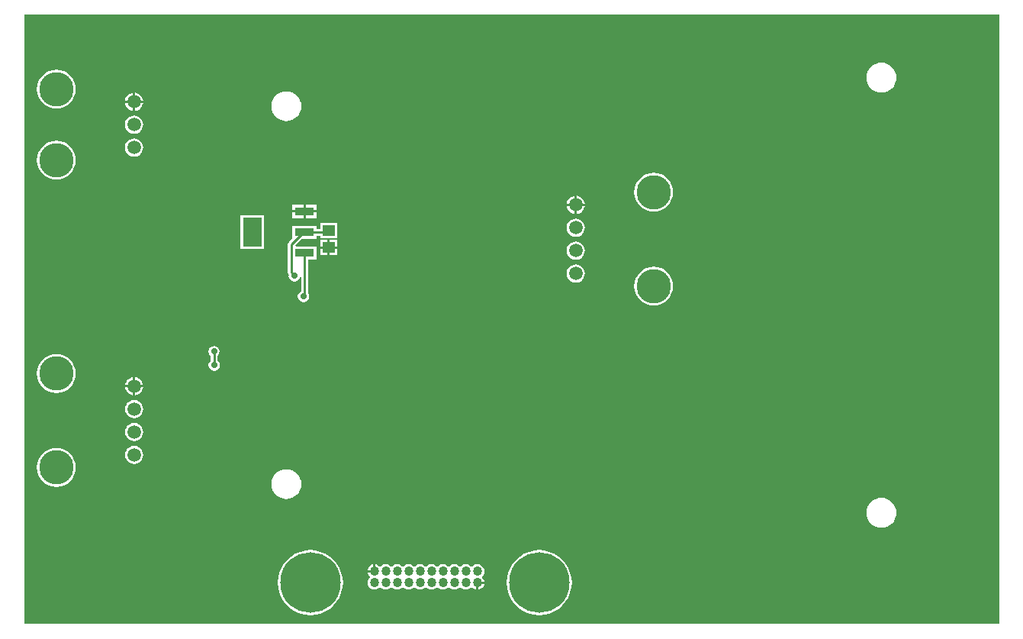
<source format=gbl>
G04 Layer_Physical_Order=2*
G04 Layer_Color=16711680*
%FSLAX24Y24*%
%MOIN*%
G70*
G01*
G75*
%ADD14C,0.0100*%
%ADD15C,0.0406*%
%ADD16C,0.1496*%
%ADD17C,0.0591*%
%ADD18C,0.0290*%
%ADD19R,0.0846X0.1280*%
%ADD20R,0.0846X0.0374*%
%ADD21R,0.0551X0.0453*%
%ADD22C,0.2640*%
G36*
X42796Y204D02*
X204D01*
Y26000D01*
Y26796D01*
X42796D01*
Y204D01*
D02*
G37*
%LPC*%
G36*
X4951Y10969D02*
X4898Y10962D01*
X4801Y10922D01*
X4719Y10859D01*
X4656Y10776D01*
X4616Y10680D01*
X4609Y10627D01*
X4951D01*
Y10969D01*
D02*
G37*
G36*
X5051D02*
Y10627D01*
X5393D01*
X5386Y10680D01*
X5346Y10776D01*
X5283Y10859D01*
X5200Y10922D01*
X5104Y10962D01*
X5051Y10969D01*
D02*
G37*
G36*
X1599Y11980D02*
X1433Y11964D01*
X1273Y11915D01*
X1126Y11836D01*
X997Y11731D01*
X891Y11601D01*
X812Y11454D01*
X763Y11294D01*
X747Y11128D01*
X763Y10962D01*
X812Y10802D01*
X891Y10655D01*
X997Y10525D01*
X1126Y10419D01*
X1273Y10341D01*
X1433Y10292D01*
X1599Y10276D01*
X1765Y10292D01*
X1925Y10341D01*
X2073Y10419D01*
X2202Y10525D01*
X2308Y10655D01*
X2386Y10802D01*
X2435Y10962D01*
X2451Y11128D01*
X2435Y11294D01*
X2386Y11454D01*
X2308Y11601D01*
X2202Y11731D01*
X2073Y11836D01*
X1925Y11915D01*
X1765Y11964D01*
X1599Y11980D01*
D02*
G37*
G36*
X4951Y10527D02*
X4609D01*
X4616Y10474D01*
X4656Y10377D01*
X4719Y10295D01*
X4801Y10231D01*
X4898Y10192D01*
X4951Y10185D01*
Y10527D01*
D02*
G37*
G36*
X5393D02*
X5051D01*
Y10185D01*
X5104Y10192D01*
X5200Y10231D01*
X5283Y10295D01*
X5346Y10377D01*
X5386Y10474D01*
X5393Y10527D01*
D02*
G37*
G36*
X8490Y12340D02*
X8394Y12321D01*
X8313Y12267D01*
X8259Y12186D01*
X8240Y12090D01*
X8259Y11994D01*
X8313Y11913D01*
X8337Y11898D01*
Y11686D01*
X8323Y11677D01*
X8269Y11596D01*
X8250Y11500D01*
X8269Y11404D01*
X8323Y11323D01*
X8404Y11269D01*
X8500Y11250D01*
X8596Y11269D01*
X8677Y11323D01*
X8731Y11404D01*
X8750Y11500D01*
X8731Y11596D01*
X8677Y11677D01*
X8643Y11699D01*
Y11898D01*
X8667Y11913D01*
X8721Y11994D01*
X8740Y12090D01*
X8721Y12186D01*
X8667Y12267D01*
X8586Y12321D01*
X8490Y12340D01*
D02*
G37*
G36*
X13450Y16586D02*
X13124D01*
Y16309D01*
X13450D01*
Y16586D01*
D02*
G37*
G36*
X13876D02*
X13550D01*
Y16309D01*
X13876D01*
Y16586D01*
D02*
G37*
G36*
X24299Y16899D02*
X24196Y16885D01*
X24100Y16845D01*
X24017Y16782D01*
X23954Y16699D01*
X23914Y16603D01*
X23901Y16500D01*
X23914Y16397D01*
X23954Y16301D01*
X24017Y16218D01*
X24100Y16155D01*
X24196Y16115D01*
X24299Y16101D01*
X24402Y16115D01*
X24499Y16155D01*
X24581Y16218D01*
X24644Y16301D01*
X24684Y16397D01*
X24698Y16500D01*
X24684Y16603D01*
X24644Y16699D01*
X24581Y16782D01*
X24499Y16845D01*
X24402Y16885D01*
X24299Y16899D01*
D02*
G37*
G36*
X27701Y15801D02*
X27535Y15785D01*
X27375Y15736D01*
X27227Y15657D01*
X27098Y15551D01*
X26992Y15422D01*
X26914Y15275D01*
X26865Y15115D01*
X26849Y14949D01*
X26865Y14783D01*
X26914Y14623D01*
X26992Y14475D01*
X27098Y14346D01*
X27227Y14240D01*
X27375Y14162D01*
X27535Y14113D01*
X27701Y14097D01*
X27867Y14113D01*
X28027Y14162D01*
X28174Y14240D01*
X28303Y14346D01*
X28409Y14475D01*
X28488Y14623D01*
X28537Y14783D01*
X28553Y14949D01*
X28537Y15115D01*
X28488Y15275D01*
X28409Y15422D01*
X28303Y15551D01*
X28174Y15657D01*
X28027Y15736D01*
X27867Y15785D01*
X27701Y15801D01*
D02*
G37*
G36*
X24299Y15899D02*
X24196Y15885D01*
X24100Y15845D01*
X24017Y15782D01*
X23954Y15699D01*
X23914Y15603D01*
X23901Y15500D01*
X23914Y15397D01*
X23954Y15301D01*
X24017Y15218D01*
X24100Y15155D01*
X24196Y15115D01*
X24299Y15101D01*
X24402Y15115D01*
X24499Y15155D01*
X24581Y15218D01*
X24644Y15301D01*
X24684Y15397D01*
X24698Y15500D01*
X24684Y15603D01*
X24644Y15699D01*
X24581Y15782D01*
X24499Y15845D01*
X24402Y15885D01*
X24299Y15899D01*
D02*
G37*
G36*
X15450Y2799D02*
X15421Y2795D01*
X15347Y2765D01*
X15284Y2716D01*
X15235Y2653D01*
X15205Y2579D01*
X15201Y2550D01*
X15450D01*
Y2799D01*
D02*
G37*
G36*
X20000Y2806D02*
X19921Y2795D01*
X19847Y2765D01*
X19784Y2716D01*
X19775Y2704D01*
X19725D01*
X19716Y2716D01*
X19653Y2765D01*
X19579Y2795D01*
X19500Y2806D01*
X19421Y2795D01*
X19347Y2765D01*
X19284Y2716D01*
X19275Y2704D01*
X19225D01*
X19216Y2716D01*
X19153Y2765D01*
X19079Y2795D01*
X19000Y2806D01*
X18921Y2795D01*
X18847Y2765D01*
X18784Y2716D01*
X18775Y2704D01*
X18725D01*
X18716Y2716D01*
X18653Y2765D01*
X18579Y2795D01*
X18500Y2806D01*
X18421Y2795D01*
X18347Y2765D01*
X18284Y2716D01*
X18275Y2704D01*
X18225D01*
X18216Y2716D01*
X18153Y2765D01*
X18079Y2795D01*
X18000Y2806D01*
X17921Y2795D01*
X17847Y2765D01*
X17784Y2716D01*
X17775Y2704D01*
X17725D01*
X17716Y2716D01*
X17653Y2765D01*
X17579Y2795D01*
X17500Y2806D01*
X17421Y2795D01*
X17347Y2765D01*
X17284Y2716D01*
X17275Y2704D01*
X17225D01*
X17216Y2716D01*
X17153Y2765D01*
X17079Y2795D01*
X17000Y2806D01*
X16921Y2795D01*
X16847Y2765D01*
X16784Y2716D01*
X16775Y2704D01*
X16725D01*
X16716Y2716D01*
X16653Y2765D01*
X16579Y2795D01*
X16500Y2806D01*
X16421Y2795D01*
X16347Y2765D01*
X16284Y2716D01*
X16275Y2704D01*
X16225D01*
X16216Y2716D01*
X16153Y2765D01*
X16079Y2795D01*
X16000Y2806D01*
X15921Y2795D01*
X15847Y2765D01*
X15784Y2716D01*
X15775Y2704D01*
X15725D01*
X15716Y2716D01*
X15653Y2765D01*
X15579Y2795D01*
X15550Y2799D01*
Y2500D01*
X15500D01*
Y2450D01*
X15201D01*
X15205Y2421D01*
X15235Y2347D01*
X15284Y2284D01*
X15296Y2275D01*
Y2225D01*
X15284Y2216D01*
X15235Y2153D01*
X15205Y2079D01*
X15194Y2000D01*
X15205Y1921D01*
X15235Y1847D01*
X15284Y1784D01*
X15347Y1735D01*
X15421Y1705D01*
X15500Y1694D01*
X15579Y1705D01*
X15653Y1735D01*
X15716Y1784D01*
X15725Y1796D01*
X15775D01*
X15784Y1784D01*
X15847Y1735D01*
X15921Y1705D01*
X16000Y1694D01*
X16079Y1705D01*
X16153Y1735D01*
X16216Y1784D01*
X16225Y1796D01*
X16275D01*
X16284Y1784D01*
X16347Y1735D01*
X16421Y1705D01*
X16500Y1694D01*
X16579Y1705D01*
X16653Y1735D01*
X16716Y1784D01*
X16725Y1796D01*
X16775D01*
X16784Y1784D01*
X16847Y1735D01*
X16921Y1705D01*
X17000Y1694D01*
X17079Y1705D01*
X17153Y1735D01*
X17216Y1784D01*
X17225Y1796D01*
X17275D01*
X17284Y1784D01*
X17347Y1735D01*
X17421Y1705D01*
X17500Y1694D01*
X17579Y1705D01*
X17653Y1735D01*
X17716Y1784D01*
X17725Y1796D01*
X17775D01*
X17784Y1784D01*
X17847Y1735D01*
X17921Y1705D01*
X18000Y1694D01*
X18079Y1705D01*
X18153Y1735D01*
X18216Y1784D01*
X18225Y1796D01*
X18275D01*
X18284Y1784D01*
X18347Y1735D01*
X18421Y1705D01*
X18500Y1694D01*
X18579Y1705D01*
X18653Y1735D01*
X18716Y1784D01*
X18725Y1796D01*
X18775D01*
X18784Y1784D01*
X18847Y1735D01*
X18921Y1705D01*
X19000Y1694D01*
X19079Y1705D01*
X19153Y1735D01*
X19216Y1784D01*
X19225Y1796D01*
X19275D01*
X19284Y1784D01*
X19347Y1735D01*
X19421Y1705D01*
X19500Y1694D01*
X19579Y1705D01*
X19653Y1735D01*
X19716Y1784D01*
X19725Y1796D01*
X19775D01*
X19784Y1784D01*
X19847Y1735D01*
X19921Y1705D01*
X19950Y1701D01*
Y2000D01*
X20000D01*
Y2050D01*
X20299D01*
X20295Y2079D01*
X20265Y2153D01*
X20216Y2216D01*
X20204Y2225D01*
Y2275D01*
X20216Y2284D01*
X20265Y2347D01*
X20295Y2421D01*
X20306Y2500D01*
X20295Y2579D01*
X20265Y2653D01*
X20216Y2716D01*
X20153Y2765D01*
X20079Y2795D01*
X20000Y2806D01*
D02*
G37*
G36*
X20299Y1950D02*
X20050D01*
Y1701D01*
X20079Y1705D01*
X20153Y1735D01*
X20216Y1784D01*
X20265Y1847D01*
X20295Y1921D01*
X20299Y1950D01*
D02*
G37*
G36*
X12700Y3424D02*
X12477Y3407D01*
X12260Y3355D01*
X12053Y3269D01*
X11863Y3152D01*
X11693Y3007D01*
X11548Y2837D01*
X11431Y2647D01*
X11345Y2440D01*
X11293Y2223D01*
X11276Y2000D01*
X11293Y1777D01*
X11345Y1560D01*
X11431Y1353D01*
X11548Y1163D01*
X11693Y993D01*
X11863Y848D01*
X12053Y731D01*
X12260Y645D01*
X12477Y593D01*
X12700Y576D01*
X12923Y593D01*
X13140Y645D01*
X13347Y731D01*
X13537Y848D01*
X13707Y993D01*
X13852Y1163D01*
X13969Y1353D01*
X14055Y1560D01*
X14107Y1777D01*
X14124Y2000D01*
X14107Y2223D01*
X14055Y2440D01*
X13969Y2647D01*
X13852Y2837D01*
X13707Y3007D01*
X13537Y3152D01*
X13347Y3269D01*
X13140Y3355D01*
X12923Y3407D01*
X12700Y3424D01*
D02*
G37*
G36*
X22700D02*
X22477Y3407D01*
X22260Y3355D01*
X22053Y3269D01*
X21863Y3152D01*
X21693Y3007D01*
X21548Y2837D01*
X21431Y2647D01*
X21345Y2440D01*
X21293Y2223D01*
X21276Y2000D01*
X21293Y1777D01*
X21345Y1560D01*
X21431Y1353D01*
X21548Y1163D01*
X21693Y993D01*
X21863Y848D01*
X22053Y731D01*
X22260Y645D01*
X22477Y593D01*
X22700Y576D01*
X22923Y593D01*
X23140Y645D01*
X23347Y731D01*
X23537Y848D01*
X23707Y993D01*
X23852Y1163D01*
X23969Y1353D01*
X24055Y1560D01*
X24107Y1777D01*
X24124Y2000D01*
X24107Y2223D01*
X24055Y2440D01*
X23969Y2647D01*
X23852Y2837D01*
X23707Y3007D01*
X23537Y3152D01*
X23347Y3269D01*
X23140Y3355D01*
X22923Y3407D01*
X22700Y3424D01*
D02*
G37*
G36*
X37650Y5703D02*
X37523Y5691D01*
X37400Y5653D01*
X37287Y5593D01*
X37188Y5512D01*
X37107Y5413D01*
X37047Y5300D01*
X37009Y5177D01*
X36997Y5050D01*
X37009Y4923D01*
X37047Y4800D01*
X37107Y4687D01*
X37188Y4588D01*
X37287Y4507D01*
X37400Y4447D01*
X37523Y4409D01*
X37650Y4397D01*
X37777Y4409D01*
X37900Y4447D01*
X38013Y4507D01*
X38112Y4588D01*
X38193Y4687D01*
X38253Y4800D01*
X38291Y4923D01*
X38303Y5050D01*
X38291Y5177D01*
X38253Y5300D01*
X38193Y5413D01*
X38112Y5512D01*
X38013Y5593D01*
X37900Y5653D01*
X37777Y5691D01*
X37650Y5703D01*
D02*
G37*
G36*
X5001Y8975D02*
X4898Y8962D01*
X4801Y8922D01*
X4719Y8859D01*
X4656Y8776D01*
X4616Y8680D01*
X4602Y8577D01*
X4616Y8474D01*
X4656Y8377D01*
X4719Y8295D01*
X4801Y8231D01*
X4898Y8192D01*
X5001Y8178D01*
X5104Y8192D01*
X5200Y8231D01*
X5283Y8295D01*
X5346Y8377D01*
X5386Y8474D01*
X5399Y8577D01*
X5386Y8680D01*
X5346Y8776D01*
X5283Y8859D01*
X5200Y8922D01*
X5104Y8962D01*
X5001Y8975D01*
D02*
G37*
G36*
Y9975D02*
X4898Y9962D01*
X4801Y9922D01*
X4719Y9859D01*
X4656Y9776D01*
X4616Y9680D01*
X4602Y9577D01*
X4616Y9474D01*
X4656Y9377D01*
X4719Y9295D01*
X4801Y9232D01*
X4898Y9192D01*
X5001Y9178D01*
X5104Y9192D01*
X5200Y9232D01*
X5283Y9295D01*
X5346Y9377D01*
X5386Y9474D01*
X5399Y9577D01*
X5386Y9680D01*
X5346Y9776D01*
X5283Y9859D01*
X5200Y9922D01*
X5104Y9962D01*
X5001Y9975D01*
D02*
G37*
G36*
Y7975D02*
X4898Y7962D01*
X4801Y7922D01*
X4719Y7859D01*
X4656Y7776D01*
X4616Y7680D01*
X4602Y7577D01*
X4616Y7474D01*
X4656Y7377D01*
X4719Y7295D01*
X4801Y7232D01*
X4898Y7192D01*
X5001Y7178D01*
X5104Y7192D01*
X5200Y7232D01*
X5283Y7295D01*
X5346Y7377D01*
X5386Y7474D01*
X5399Y7577D01*
X5386Y7680D01*
X5346Y7776D01*
X5283Y7859D01*
X5200Y7922D01*
X5104Y7962D01*
X5001Y7975D01*
D02*
G37*
G36*
X11650Y6953D02*
X11523Y6941D01*
X11400Y6903D01*
X11287Y6843D01*
X11188Y6762D01*
X11107Y6663D01*
X11047Y6550D01*
X11009Y6427D01*
X10997Y6300D01*
X11009Y6173D01*
X11047Y6050D01*
X11107Y5937D01*
X11188Y5838D01*
X11287Y5757D01*
X11400Y5697D01*
X11523Y5659D01*
X11650Y5647D01*
X11777Y5659D01*
X11900Y5697D01*
X12013Y5757D01*
X12112Y5838D01*
X12193Y5937D01*
X12253Y6050D01*
X12291Y6173D01*
X12303Y6300D01*
X12291Y6427D01*
X12253Y6550D01*
X12193Y6663D01*
X12112Y6762D01*
X12013Y6843D01*
X11900Y6903D01*
X11777Y6941D01*
X11650Y6953D01*
D02*
G37*
G36*
X1599Y7878D02*
X1433Y7861D01*
X1273Y7813D01*
X1126Y7734D01*
X997Y7628D01*
X891Y7499D01*
X812Y7352D01*
X763Y7192D01*
X747Y7026D01*
X763Y6859D01*
X812Y6699D01*
X891Y6552D01*
X997Y6423D01*
X1126Y6317D01*
X1273Y6238D01*
X1433Y6190D01*
X1599Y6173D01*
X1765Y6190D01*
X1925Y6238D01*
X2073Y6317D01*
X2202Y6423D01*
X2308Y6552D01*
X2386Y6699D01*
X2435Y6859D01*
X2451Y7026D01*
X2435Y7192D01*
X2386Y7352D01*
X2308Y7499D01*
X2202Y7628D01*
X2073Y7734D01*
X1925Y7813D01*
X1765Y7861D01*
X1599Y7878D01*
D02*
G37*
G36*
X10681Y18040D02*
X9635D01*
Y16560D01*
X10681D01*
Y18040D01*
D02*
G37*
G36*
X5000Y22399D02*
X4897Y22385D01*
X4801Y22345D01*
X4718Y22282D01*
X4655Y22199D01*
X4615Y22103D01*
X4601Y22000D01*
X4615Y21897D01*
X4655Y21801D01*
X4718Y21718D01*
X4801Y21655D01*
X4897Y21615D01*
X5000Y21601D01*
X5103Y21615D01*
X5199Y21655D01*
X5282Y21718D01*
X5345Y21801D01*
X5385Y21897D01*
X5399Y22000D01*
X5385Y22103D01*
X5345Y22199D01*
X5282Y22282D01*
X5199Y22345D01*
X5103Y22385D01*
X5000Y22399D01*
D02*
G37*
G36*
X11650Y23453D02*
X11523Y23441D01*
X11400Y23403D01*
X11287Y23343D01*
X11188Y23262D01*
X11107Y23163D01*
X11047Y23050D01*
X11009Y22927D01*
X10997Y22800D01*
X11009Y22673D01*
X11047Y22550D01*
X11107Y22437D01*
X11188Y22338D01*
X11287Y22257D01*
X11400Y22197D01*
X11523Y22159D01*
X11650Y22147D01*
X11777Y22159D01*
X11900Y22197D01*
X12013Y22257D01*
X12112Y22338D01*
X12193Y22437D01*
X12253Y22550D01*
X12291Y22673D01*
X12303Y22800D01*
X12291Y22927D01*
X12253Y23050D01*
X12193Y23163D01*
X12112Y23262D01*
X12013Y23343D01*
X11900Y23403D01*
X11777Y23441D01*
X11650Y23453D01*
D02*
G37*
G36*
X5000Y21399D02*
X4897Y21385D01*
X4801Y21345D01*
X4718Y21282D01*
X4655Y21199D01*
X4615Y21103D01*
X4601Y21000D01*
X4615Y20897D01*
X4655Y20801D01*
X4718Y20718D01*
X4801Y20655D01*
X4897Y20615D01*
X5000Y20601D01*
X5103Y20615D01*
X5199Y20655D01*
X5282Y20718D01*
X5345Y20801D01*
X5385Y20897D01*
X5399Y21000D01*
X5385Y21103D01*
X5345Y21199D01*
X5282Y21282D01*
X5199Y21345D01*
X5103Y21385D01*
X5000Y21399D01*
D02*
G37*
G36*
X24349Y18892D02*
Y18550D01*
X24691D01*
X24684Y18603D01*
X24644Y18699D01*
X24581Y18782D01*
X24499Y18845D01*
X24402Y18885D01*
X24349Y18892D01*
D02*
G37*
G36*
X1598Y21301D02*
X1432Y21285D01*
X1272Y21236D01*
X1125Y21157D01*
X996Y21051D01*
X890Y20922D01*
X811Y20775D01*
X763Y20615D01*
X746Y20449D01*
X763Y20283D01*
X811Y20123D01*
X890Y19975D01*
X996Y19846D01*
X1125Y19740D01*
X1272Y19662D01*
X1432Y19613D01*
X1598Y19597D01*
X1765Y19613D01*
X1925Y19662D01*
X2072Y19740D01*
X2201Y19846D01*
X2307Y19975D01*
X2386Y20123D01*
X2434Y20283D01*
X2451Y20449D01*
X2434Y20615D01*
X2386Y20775D01*
X2307Y20922D01*
X2201Y21051D01*
X2072Y21157D01*
X1925Y21236D01*
X1765Y21285D01*
X1598Y21301D01*
D02*
G37*
G36*
X4950Y22950D02*
X4608D01*
X4615Y22897D01*
X4655Y22801D01*
X4718Y22718D01*
X4801Y22655D01*
X4897Y22615D01*
X4950Y22608D01*
Y22950D01*
D02*
G37*
G36*
X5050Y23392D02*
Y23050D01*
X5392D01*
X5385Y23103D01*
X5345Y23199D01*
X5282Y23282D01*
X5199Y23345D01*
X5103Y23385D01*
X5050Y23392D01*
D02*
G37*
G36*
X37650Y24703D02*
X37523Y24691D01*
X37400Y24653D01*
X37287Y24593D01*
X37188Y24512D01*
X37107Y24413D01*
X37047Y24300D01*
X37009Y24177D01*
X36997Y24050D01*
X37009Y23923D01*
X37047Y23800D01*
X37107Y23687D01*
X37188Y23588D01*
X37287Y23507D01*
X37400Y23447D01*
X37523Y23409D01*
X37650Y23397D01*
X37777Y23409D01*
X37900Y23447D01*
X38013Y23507D01*
X38112Y23588D01*
X38193Y23687D01*
X38253Y23800D01*
X38291Y23923D01*
X38303Y24050D01*
X38291Y24177D01*
X38253Y24300D01*
X38193Y24413D01*
X38112Y24512D01*
X38013Y24593D01*
X37900Y24653D01*
X37777Y24691D01*
X37650Y24703D01*
D02*
G37*
G36*
X4950Y23392D02*
X4897Y23385D01*
X4801Y23345D01*
X4718Y23282D01*
X4655Y23199D01*
X4615Y23103D01*
X4608Y23050D01*
X4950D01*
Y23392D01*
D02*
G37*
G36*
X5392Y22950D02*
X5050D01*
Y22608D01*
X5103Y22615D01*
X5199Y22655D01*
X5282Y22718D01*
X5345Y22801D01*
X5385Y22897D01*
X5392Y22950D01*
D02*
G37*
G36*
X1598Y24403D02*
X1432Y24387D01*
X1272Y24338D01*
X1125Y24260D01*
X996Y24154D01*
X890Y24025D01*
X811Y23877D01*
X763Y23717D01*
X746Y23551D01*
X763Y23385D01*
X811Y23225D01*
X890Y23078D01*
X996Y22949D01*
X1125Y22843D01*
X1272Y22764D01*
X1432Y22715D01*
X1598Y22699D01*
X1765Y22715D01*
X1925Y22764D01*
X2072Y22843D01*
X2201Y22949D01*
X2307Y23078D01*
X2386Y23225D01*
X2434Y23385D01*
X2451Y23551D01*
X2434Y23717D01*
X2386Y23877D01*
X2307Y24025D01*
X2201Y24154D01*
X2072Y24260D01*
X1925Y24338D01*
X1765Y24387D01*
X1598Y24403D01*
D02*
G37*
G36*
X24249Y18892D02*
X24196Y18885D01*
X24100Y18845D01*
X24017Y18782D01*
X23954Y18699D01*
X23914Y18603D01*
X23907Y18550D01*
X24249D01*
Y18892D01*
D02*
G37*
G36*
X13876Y17691D02*
X13124D01*
Y17453D01*
X12965D01*
Y17587D01*
X11918D01*
Y17035D01*
X11760Y16877D01*
X11727Y16827D01*
X11716Y16768D01*
Y15532D01*
X11727Y15473D01*
X11756Y15430D01*
X11750Y15400D01*
X11769Y15304D01*
X11823Y15223D01*
X11904Y15169D01*
X12000Y15150D01*
X12096Y15169D01*
X12177Y15223D01*
X12231Y15304D01*
X12239Y15345D01*
X12289Y15340D01*
Y14720D01*
X12223Y14677D01*
X12169Y14596D01*
X12150Y14500D01*
X12169Y14404D01*
X12223Y14323D01*
X12304Y14269D01*
X12400Y14250D01*
X12496Y14269D01*
X12577Y14323D01*
X12631Y14404D01*
X12650Y14500D01*
X12631Y14596D01*
X12595Y14650D01*
Y16107D01*
X12965D01*
Y16681D01*
X12069D01*
X12048Y16731D01*
X12329Y17013D01*
X12965D01*
Y17147D01*
X13124D01*
Y17038D01*
X13876D01*
Y17691D01*
D02*
G37*
G36*
X12392Y18156D02*
X11918D01*
Y17918D01*
X12392D01*
Y18156D01*
D02*
G37*
G36*
X24299Y17899D02*
X24196Y17885D01*
X24100Y17845D01*
X24017Y17782D01*
X23954Y17699D01*
X23914Y17603D01*
X23901Y17500D01*
X23914Y17397D01*
X23954Y17301D01*
X24017Y17218D01*
X24100Y17155D01*
X24196Y17115D01*
X24299Y17101D01*
X24402Y17115D01*
X24499Y17155D01*
X24581Y17218D01*
X24644Y17301D01*
X24684Y17397D01*
X24698Y17500D01*
X24684Y17603D01*
X24644Y17699D01*
X24581Y17782D01*
X24499Y17845D01*
X24402Y17885D01*
X24299Y17899D01*
D02*
G37*
G36*
X13450Y16962D02*
X13124D01*
Y16686D01*
X13450D01*
Y16962D01*
D02*
G37*
G36*
X13876D02*
X13550D01*
Y16686D01*
X13876D01*
Y16962D01*
D02*
G37*
G36*
X12965Y18156D02*
X12492D01*
Y17918D01*
X12965D01*
Y18156D01*
D02*
G37*
G36*
X12392Y18493D02*
X11918D01*
Y18256D01*
X12392D01*
Y18493D01*
D02*
G37*
G36*
X12965D02*
X12492D01*
Y18256D01*
X12965D01*
Y18493D01*
D02*
G37*
G36*
X27701Y19903D02*
X27535Y19887D01*
X27375Y19838D01*
X27227Y19760D01*
X27098Y19654D01*
X26992Y19525D01*
X26914Y19377D01*
X26865Y19217D01*
X26849Y19051D01*
X26865Y18885D01*
X26914Y18725D01*
X26992Y18578D01*
X27098Y18449D01*
X27227Y18343D01*
X27375Y18264D01*
X27535Y18215D01*
X27701Y18199D01*
X27867Y18215D01*
X28027Y18264D01*
X28174Y18343D01*
X28303Y18449D01*
X28409Y18578D01*
X28488Y18725D01*
X28537Y18885D01*
X28553Y19051D01*
X28537Y19217D01*
X28488Y19377D01*
X28409Y19525D01*
X28303Y19654D01*
X28174Y19760D01*
X28027Y19838D01*
X27867Y19887D01*
X27701Y19903D01*
D02*
G37*
G36*
X24691Y18450D02*
X24349D01*
Y18108D01*
X24402Y18115D01*
X24499Y18155D01*
X24581Y18218D01*
X24644Y18301D01*
X24684Y18397D01*
X24691Y18450D01*
D02*
G37*
G36*
X24249D02*
X23907D01*
X23914Y18397D01*
X23954Y18301D01*
X24017Y18218D01*
X24100Y18155D01*
X24196Y18115D01*
X24249Y18108D01*
Y18450D01*
D02*
G37*
%LPD*%
D14*
X8490Y11510D02*
Y12090D01*
Y11510D02*
X8500Y11500D01*
X12442Y14542D02*
Y16394D01*
X12400Y14500D02*
X12442Y14542D01*
Y17300D02*
X13336D01*
X11868Y15532D02*
X12000Y15400D01*
X11868Y15532D02*
Y16768D01*
X12400Y17300D01*
X12442D01*
D15*
X20000Y2000D02*
D03*
Y2500D02*
D03*
X19500D02*
D03*
X19000D02*
D03*
X18500D02*
D03*
X18000D02*
D03*
X17500D02*
D03*
X17000D02*
D03*
X16500D02*
D03*
X16000D02*
D03*
X15500D02*
D03*
Y2000D02*
D03*
X16000D02*
D03*
X17000D02*
D03*
X16500D02*
D03*
X17500D02*
D03*
X18000D02*
D03*
X18500D02*
D03*
X19000D02*
D03*
X19500D02*
D03*
D16*
X1599Y11128D02*
D03*
Y7026D02*
D03*
X1598Y20449D02*
D03*
Y23551D02*
D03*
X27701Y14949D02*
D03*
Y19051D02*
D03*
D17*
X5001Y10577D02*
D03*
Y9577D02*
D03*
Y8577D02*
D03*
Y7577D02*
D03*
X5000Y21000D02*
D03*
Y22000D02*
D03*
Y23000D02*
D03*
X24299Y15500D02*
D03*
Y16500D02*
D03*
Y17500D02*
D03*
Y18500D02*
D03*
D18*
X8490Y12090D02*
D03*
X5500Y17000D02*
D03*
X8500Y11500D02*
D03*
Y15000D02*
D03*
X12400Y14500D02*
D03*
X12000Y15400D02*
D03*
X11400Y15700D02*
D03*
D19*
X10158Y17300D02*
D03*
D20*
X12442Y18206D02*
D03*
Y16394D02*
D03*
Y17300D02*
D03*
D21*
X13500Y16636D02*
D03*
Y17364D02*
D03*
D22*
X22700Y2000D02*
D03*
X12700D02*
D03*
M02*

</source>
